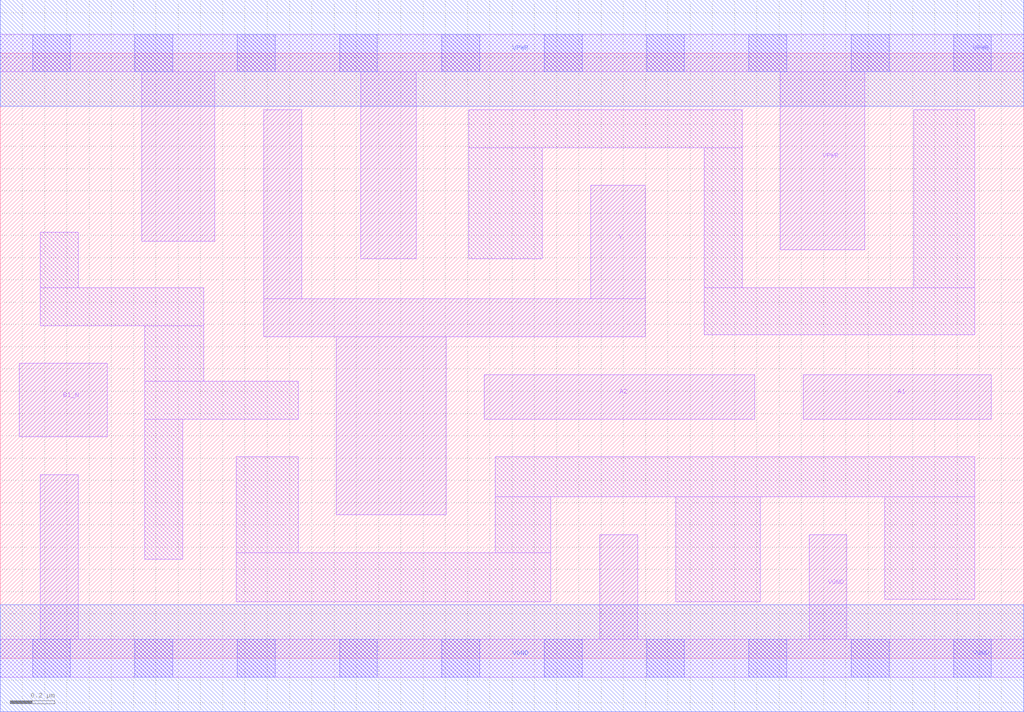
<source format=lef>
# Copyright 2020 The SkyWater PDK Authors
#
# Licensed under the Apache License, Version 2.0 (the "License");
# you may not use this file except in compliance with the License.
# You may obtain a copy of the License at
#
#     https://www.apache.org/licenses/LICENSE-2.0
#
# Unless required by applicable law or agreed to in writing, software
# distributed under the License is distributed on an "AS IS" BASIS,
# WITHOUT WARRANTIES OR CONDITIONS OF ANY KIND, either express or implied.
# See the License for the specific language governing permissions and
# limitations under the License.
#
# SPDX-License-Identifier: Apache-2.0

VERSION 5.7 ;
  NAMESCASESENSITIVE ON ;
  NOWIREEXTENSIONATPIN ON ;
  DIVIDERCHAR "/" ;
  BUSBITCHARS "[]" ;
UNITS
  DATABASE MICRONS 200 ;
END UNITS
PROPERTYDEFINITIONS
  MACRO maskLayoutSubType STRING ;
  MACRO prCellType STRING ;
  MACRO originalViewName STRING ;
END PROPERTYDEFINITIONS
MACRO sky130_fd_sc_hdll__o21bai_2
  CLASS CORE ;
  FOREIGN sky130_fd_sc_hdll__o21bai_2 ;
  ORIGIN  0.000000  0.000000 ;
  SIZE  4.600000 BY  2.720000 ;
  SYMMETRY X Y R90 ;
  SITE unithd ;
  PIN A1
    ANTENNAGATEAREA  0.555000 ;
    DIRECTION INPUT ;
    USE SIGNAL ;
    PORT
      LAYER li1 ;
        RECT 3.610000 1.075000 4.455000 1.275000 ;
    END
  END A1
  PIN A2
    ANTENNAGATEAREA  0.555000 ;
    DIRECTION INPUT ;
    USE SIGNAL ;
    PORT
      LAYER li1 ;
        RECT 2.175000 1.075000 3.390000 1.275000 ;
    END
  END A2
  PIN B1_N
    ANTENNAGATEAREA  0.138600 ;
    DIRECTION INPUT ;
    USE SIGNAL ;
    PORT
      LAYER li1 ;
        RECT 0.085000 0.995000 0.480000 1.325000 ;
    END
  END B1_N
  PIN Y
    ANTENNADIFFAREA  0.788000 ;
    DIRECTION OUTPUT ;
    USE SIGNAL ;
    PORT
      LAYER li1 ;
        RECT 1.185000 1.445000 2.900000 1.615000 ;
        RECT 1.185000 1.615000 1.355000 2.465000 ;
        RECT 1.510000 0.645000 2.005000 1.445000 ;
        RECT 2.655000 1.615000 2.900000 2.125000 ;
    END
  END Y
  PIN VGND
    DIRECTION INOUT ;
    USE GROUND ;
    PORT
      LAYER li1 ;
        RECT 0.000000 -0.085000 4.600000 0.085000 ;
        RECT 0.180000  0.085000 0.350000 0.825000 ;
        RECT 2.695000  0.085000 2.865000 0.555000 ;
        RECT 3.635000  0.085000 3.805000 0.555000 ;
      LAYER mcon ;
        RECT 0.145000 -0.085000 0.315000 0.085000 ;
        RECT 0.605000 -0.085000 0.775000 0.085000 ;
        RECT 1.065000 -0.085000 1.235000 0.085000 ;
        RECT 1.525000 -0.085000 1.695000 0.085000 ;
        RECT 1.985000 -0.085000 2.155000 0.085000 ;
        RECT 2.445000 -0.085000 2.615000 0.085000 ;
        RECT 2.905000 -0.085000 3.075000 0.085000 ;
        RECT 3.365000 -0.085000 3.535000 0.085000 ;
        RECT 3.825000 -0.085000 3.995000 0.085000 ;
        RECT 4.285000 -0.085000 4.455000 0.085000 ;
      LAYER met1 ;
        RECT 0.000000 -0.240000 4.600000 0.240000 ;
    END
  END VGND
  PIN VPWR
    DIRECTION INOUT ;
    USE POWER ;
    PORT
      LAYER li1 ;
        RECT 0.000000 2.635000 4.600000 2.805000 ;
        RECT 0.635000 1.875000 0.965000 2.635000 ;
        RECT 1.620000 1.795000 1.870000 2.635000 ;
        RECT 3.505000 1.835000 3.885000 2.635000 ;
      LAYER mcon ;
        RECT 0.145000 2.635000 0.315000 2.805000 ;
        RECT 0.605000 2.635000 0.775000 2.805000 ;
        RECT 1.065000 2.635000 1.235000 2.805000 ;
        RECT 1.525000 2.635000 1.695000 2.805000 ;
        RECT 1.985000 2.635000 2.155000 2.805000 ;
        RECT 2.445000 2.635000 2.615000 2.805000 ;
        RECT 2.905000 2.635000 3.075000 2.805000 ;
        RECT 3.365000 2.635000 3.535000 2.805000 ;
        RECT 3.825000 2.635000 3.995000 2.805000 ;
        RECT 4.285000 2.635000 4.455000 2.805000 ;
      LAYER met1 ;
        RECT 0.000000 2.480000 4.600000 2.960000 ;
    END
  END VPWR
  OBS
    LAYER li1 ;
      RECT 0.180000 1.495000 0.915000 1.665000 ;
      RECT 0.180000 1.665000 0.350000 1.915000 ;
      RECT 0.650000 0.445000 0.820000 1.075000 ;
      RECT 0.650000 1.075000 1.340000 1.245000 ;
      RECT 0.650000 1.245000 0.915000 1.495000 ;
      RECT 1.060000 0.255000 2.475000 0.475000 ;
      RECT 1.060000 0.475000 1.340000 0.905000 ;
      RECT 2.105000 1.795000 2.435000 2.295000 ;
      RECT 2.105000 2.295000 3.335000 2.465000 ;
      RECT 2.225000 0.475000 2.475000 0.725000 ;
      RECT 2.225000 0.725000 4.380000 0.905000 ;
      RECT 3.035000 0.255000 3.415000 0.725000 ;
      RECT 3.165000 1.455000 4.380000 1.665000 ;
      RECT 3.165000 1.665000 3.335000 2.295000 ;
      RECT 3.975000 0.265000 4.380000 0.725000 ;
      RECT 4.105000 1.665000 4.380000 2.465000 ;
  END
  PROPERTY maskLayoutSubType "abstract" ;
  PROPERTY prCellType "standard" ;
  PROPERTY originalViewName "layout" ;
END sky130_fd_sc_hdll__o21bai_2

</source>
